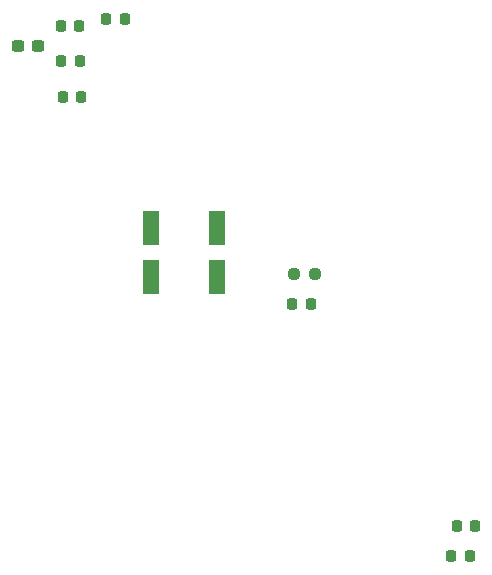
<source format=gbr>
%TF.GenerationSoftware,KiCad,Pcbnew,8.0.4*%
%TF.CreationDate,2024-10-02T08:39:37+07:00*%
%TF.ProjectId,Schematic_editted,53636865-6d61-4746-9963-5f6564697474,rev?*%
%TF.SameCoordinates,Original*%
%TF.FileFunction,Paste,Bot*%
%TF.FilePolarity,Positive*%
%FSLAX46Y46*%
G04 Gerber Fmt 4.6, Leading zero omitted, Abs format (unit mm)*
G04 Created by KiCad (PCBNEW 8.0.4) date 2024-10-02 08:39:37*
%MOMM*%
%LPD*%
G01*
G04 APERTURE LIST*
G04 Aperture macros list*
%AMRoundRect*
0 Rectangle with rounded corners*
0 $1 Rounding radius*
0 $2 $3 $4 $5 $6 $7 $8 $9 X,Y pos of 4 corners*
0 Add a 4 corners polygon primitive as box body*
4,1,4,$2,$3,$4,$5,$6,$7,$8,$9,$2,$3,0*
0 Add four circle primitives for the rounded corners*
1,1,$1+$1,$2,$3*
1,1,$1+$1,$4,$5*
1,1,$1+$1,$6,$7*
1,1,$1+$1,$8,$9*
0 Add four rect primitives between the rounded corners*
20,1,$1+$1,$2,$3,$4,$5,0*
20,1,$1+$1,$4,$5,$6,$7,0*
20,1,$1+$1,$6,$7,$8,$9,0*
20,1,$1+$1,$8,$9,$2,$3,0*%
G04 Aperture macros list end*
%ADD10RoundRect,0.225000X-0.225000X-0.250000X0.225000X-0.250000X0.225000X0.250000X-0.225000X0.250000X0*%
%ADD11RoundRect,0.225000X0.225000X0.250000X-0.225000X0.250000X-0.225000X-0.250000X0.225000X-0.250000X0*%
%ADD12RoundRect,0.237500X0.300000X0.237500X-0.300000X0.237500X-0.300000X-0.237500X0.300000X-0.237500X0*%
%ADD13RoundRect,0.237500X0.250000X0.237500X-0.250000X0.237500X-0.250000X-0.237500X0.250000X-0.237500X0*%
%ADD14R,1.430000X2.850000*%
G04 APERTURE END LIST*
D10*
%TO.C,C35*%
X171169000Y-121154000D03*
X172719000Y-121154000D03*
%TD*%
D11*
%TO.C,104\u002C2*%
X139824000Y-82321400D03*
X138274000Y-82321400D03*
%TD*%
%TO.C,C9*%
X139697000Y-79248000D03*
X138147000Y-79248000D03*
%TD*%
%TO.C,C2*%
X139646200Y-76327000D03*
X138096200Y-76327000D03*
%TD*%
D10*
%TO.C,C1*%
X141957000Y-75692000D03*
X143507000Y-75692000D03*
%TD*%
D12*
%TO.C,104\u002C4*%
X136215500Y-78036250D03*
X134490500Y-78036250D03*
%TD*%
D10*
%TO.C,105\u002C1*%
X157705000Y-99822000D03*
X159255000Y-99822000D03*
%TD*%
%TO.C,C34*%
X171664000Y-118614000D03*
X173214000Y-118614000D03*
%TD*%
D13*
%TO.C,R3\u002C2*%
X159646500Y-97282000D03*
X157821500Y-97282000D03*
%TD*%
D14*
%TO.C,Y2*%
X145738000Y-93429000D03*
X151368000Y-93429000D03*
X151368000Y-97579000D03*
X145738000Y-97579000D03*
%TD*%
M02*

</source>
